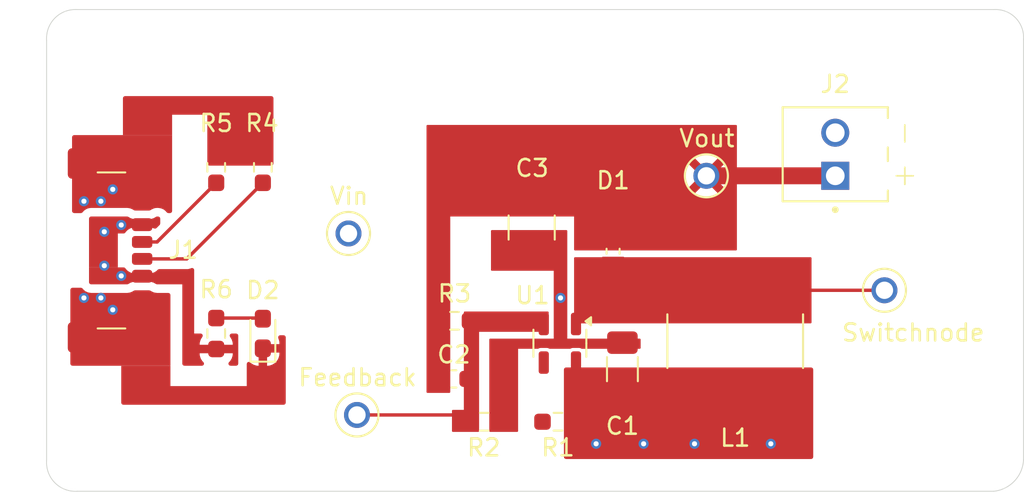
<source format=kicad_pcb>
(kicad_pcb (version 20241229) (generator "pcbnew") (generator_version "9.0")
  (layers (0 "F.Cu" signal) (4 "In1.Cu" power) (6 "In2.Cu" power) (2 "B.Cu" signal) (13 "F.Paste" user) (15 "B.Paste" user) (5 "F.SilkS" user "F.Silkscreen") (7 "B.SilkS" user "B.Silkscreen") (1 "F.Mask" user) (3 "B.Mask" user) (25 "Edge.Cuts" user))
  (net 0 "")
  (net 1 "GND")
  (net 2 "Net-(D2-A)")
  (net 3 "Net-(J1-CC2)")
  (net 4 "Net-(J1-CC1)")
  (net 5 "Net-(U1-EN)")
  (net 6 "/Vin")
  (net 7 "/Vout")
  (net 8 "/SwitchNode")
  (net 9 "/Feedback")
  (footprint "TestPoint:KEYSTONE_5000" (layer "F.Cu") (at 81.2 59)
    (property "Reference" "Vin" (at 0.032 -2.2064 0) (layer "F.SilkS"))
    (property "Value" "Vin")
    (fp_circle (center 0 0) (end 1.27 0) (stroke (width 0.127)) (fill no) (layer "F.SilkS"))
    (pad "TP" thru_hole circle (at 0 0) (size 1.53 1.53) (drill 1.02) (layers "*.Cu" "*.Mask") (net 6 "/Vin"))
  )
  (footprint "TestPoint:KEYSTONE_5000" (layer "F.Cu") (at 112.8 62.35)
    (property "Reference" "Switchnode" (at 1.7 2.5 0) (layer "F.SilkS"))
    (property "Value" "TestPoint")
    (fp_circle (center 0 0) (end 1.27 0) (stroke (width 0.127)) (fill no) (layer "F.SilkS"))
    (pad "TP" thru_hole circle (at 0 0) (size 1.53 1.53) (drill 1.02) (layers "*.Cu" "*.Mask") (net 8 "/SwitchNode"))
  )
  (footprint "Resistor_SMD:R_0603_1608Metric_Pad0.98x0.95mm_HandSolder" (layer "F.Cu") (at 73.4 55.1 90)
    (property "Reference" "R5" (at 2.6 0 180) (layer "F.SilkS"))
    (property "Value" "5.1k")
    (fp_line (start -0.254724 -0.5225) (end 0.254724 -0.5225) (stroke (width 0.12)) (layer "F.SilkS"))
    (fp_line (start -0.254724 0.5225) (end 0.254724 0.5225) (stroke (width 0.12)) (layer "F.SilkS"))
    (pad "1" smd roundrect (at -0.9125 0 90) (size 0.975 0.95) (layers "F.Cu" "F.Mask" "F.Paste") (net 4 "Net-(J1-CC1)"))
    (pad "2" smd roundrect (at 0.9125 0 90) (size 0.975 0.95) (layers "F.Cu" "F.Mask" "F.Paste") (net 1 "GND"))
  )
  (footprint "Resistor_SMD:R_0603_1608Metric_Pad0.98x0.95mm_HandSolder" (layer "F.Cu") (at 73.4 64.9 -90)
    (property "Reference" "R6" (at -2.6 0 180) (layer "F.SilkS"))
    (property "Value" "70")
    (fp_line (start -0.254724 0.5225) (end 0.254724 0.5225) (stroke (width 0.12)) (layer "F.SilkS"))
    (fp_line (start -0.254724 -0.5225) (end 0.254724 -0.5225) (stroke (width 0.12)) (layer "F.SilkS"))
    (pad "1" smd roundrect (at -0.9125 0 270) (size 0.975 0.95) (layers "F.Cu" "F.Mask" "F.Paste") (net 2 "Net-(D2-A)"))
    (pad "2" smd roundrect (at 0.9125 0 270) (size 0.975 0.95) (layers "F.Cu" "F.Mask" "F.Paste") (net 6 "/Vin"))
  )
  (footprint "LED_SMD:LED_0603_1608Metric_Pad1.05x0.95mm_HandSolder" (layer "F.Cu") (at 76.15 64.9 90)
    (property "Reference" "D2" (at 2.55 0 0) (layer "F.SilkS"))
    (property "Value" "LED")
    (fp_line (start 0.8 -0.735) (end -1.66 -0.735) (stroke (width 0.12)) (layer "F.SilkS"))
    (fp_line (start -1.66 -0.735) (end -1.66 0.735) (stroke (width 0.12)) (layer "F.SilkS"))
    (fp_line (start -1.66 0.735) (end 0.8 0.735) (stroke (width 0.12)) (layer "F.SilkS"))
    (pad "1" smd roundrect (at -0.875 0 90) (size 1.05 0.95) (layers "F.Cu" "F.Mask" "F.Paste") (net 1 "GND"))
    (pad "2" smd roundrect (at 0.875 0 90) (size 1.05 0.95) (layers "F.Cu" "F.Mask" "F.Paste") (net 2 "Net-(D2-A)"))
  )
  (footprint "Inductor_SMD:IND_ASPI-8040S-430M-T" (layer "F.Cu") (at 104 65.35 90)
    (property "Reference" "L1" (at -5.7 0 0) (layer "F.SilkS"))
    (property "Value" "43uH")
    (fp_line (start -1.58 -4) (end 1.58 -4) (stroke (width 0.127)) (layer "F.SilkS"))
    (fp_line (start -1.58 4) (end 1.58 4) (stroke (width 0.127)) (layer "F.SilkS"))
    (pad "1" smd rect (at -3 0 90) (size 2.2 7.5) (layers "F.Cu" "F.Mask" "F.Paste") (net 6 "/Vin"))
    (pad "2" smd rect (at 3 0 90) (size 2.2 7.5) (layers "F.Cu" "F.Mask" "F.Paste") (net 8 "/SwitchNode"))
  )
  (footprint "Resistor_SMD:R_0603_1608Metric_Pad0.98x0.95mm_HandSolder" (layer "F.Cu") (at 93.55 70.1 180)
    (property "Reference" "R1" (at 0 -1.525 0) (layer "F.SilkS"))
    (property "Value" "47k")
    (fp_line (start -0.254724 0.5225) (end 0.254724 0.5225) (stroke (width 0.12)) (layer "F.SilkS"))
    (fp_line (start -0.254724 -0.5225) (end 0.254724 -0.5225) (stroke (width 0.12)) (layer "F.SilkS"))
    (pad "1" smd roundrect (at -0.9125 0 180) (size 0.975 0.95) (layers "F.Cu" "F.Mask" "F.Paste") (net 6 "/Vin"))
    (pad "2" smd roundrect (at 0.9125 0 180) (size 0.975 0.95) (layers "F.Cu" "F.Mask" "F.Paste") (net 5 "Net-(U1-EN)"))
  )
  (footprint "Package_TO_SOT_SMD:SOT-23-5" (layer "F.Cu") (at 93.6625 65.475 -90)
    (property "Reference" "U1" (at -2.825 1.6125 180) (layer "F.SilkS"))
    (property "Value" "LM2731YMF")
    (fp_line (start 0 1.56) (end -0.8 1.56) (stroke (width 0.12)) (layer "F.SilkS"))
    (fp_line (start 0 1.56) (end 0.8 1.56) (stroke (width 0.12)) (layer "F.SilkS"))
    (fp_line (start 0 -1.56) (end -0.8 -1.56) (stroke (width 0.12)) (layer "F.SilkS"))
    (fp_line (start 0 -1.56) (end 0.8 -1.56) (stroke (width 0.12)) (layer "F.SilkS"))
    (fp_poly (pts (xy -1.3 -1.51) (xy -1.54 -1.84) (xy -1.06 -1.84)) (stroke (width 0.12)) (fill yes) (layer "F.SilkS"))
    (pad "1" smd roundrect (at -1.1375 -0.95 270) (size 1.325 0.6) (layers "F.Cu" "F.Mask" "F.Paste") (net 8 "/SwitchNode"))
    (pad "2" smd roundrect (at -1.1375 0 270) (size 1.325 0.6) (layers "F.Cu" "F.Mask" "F.Paste") (net 1 "GND"))
    (pad "3" smd roundrect (at -1.1375 0.95 270) (size 1.325 0.6) (layers "F.Cu" "F.Mask" "F.Paste") (net 9 "/Feedback"))
    (pad "4" smd roundrect (at 1.1375 0.95 270) (size 1.325 0.6) (layers "F.Cu" "F.Mask" "F.Paste") (net 5 "Net-(U1-EN)"))
    (pad "5" smd roundrect (at 1.1375 -0.95 270) (size 1.325 0.6) (layers "F.Cu" "F.Mask" "F.Paste") (net 6 "/Vin"))
  )
  (footprint "Capacitor_SMD:C_1210_3225Metric_Pad1.33x2.70mm_HandSolder" (layer "F.Cu") (at 92 58.65 -90)
    (property "Reference" "C3" (at -3.5 -0.025 0) (layer "F.SilkS"))
    (property "Value" "4.7uF")
    (fp_line (start -0.711252 1.36) (end 0.711252 1.36) (stroke (width 0.12)) (layer "F.SilkS"))
    (fp_line (start -0.711252 -1.36) (end 0.711252 -1.36) (stroke (width 0.12)) (layer "F.SilkS"))
    (pad "1" smd roundrect (at -1.5625 0 270) (size 1.325 2.7) (layers "F.Cu" "F.Mask" "F.Paste") (roundrect_rratio 0.188679) (net 7 "/Vout"))
    (pad "2" smd roundrect (at 1.5625 0 270) (size 1.325 2.7) (layers "F.Cu" "F.Mask" "F.Paste") (roundrect_rratio 0.188679) (net 1 "GND"))
  )
  (footprint "Resistor_SMD:R_0603_1608Metric_Pad0.98x0.95mm_HandSolder" (layer "F.Cu") (at 87.45 64.15 180)
    (property "Reference" "R3" (at 0 1.6 0) (layer "F.SilkS"))
    (property "Value" "117k")
    (fp_line (start -0.254724 0.5225) (end 0.254724 0.5225) (stroke (width 0.12)) (layer "F.SilkS"))
    (fp_line (start -0.254724 -0.5225) (end 0.254724 -0.5225) (stroke (width 0.12)) (layer "F.SilkS"))
    (pad "1" smd roundrect (at -0.9125 0 180) (size 0.975 0.95) (layers "F.Cu" "F.Mask" "F.Paste") (net 9 "/Feedback"))
    (pad "2" smd roundrect (at 0.9125 0 180) (size 0.975 0.95) (layers "F.Cu" "F.Mask" "F.Paste") (net 7 "/Vout"))
  )
  (footprint "Resistor_SMD:R_0603_1608Metric_Pad0.98x0.95mm_HandSolder" (layer "F.Cu") (at 89.2 70.1)
    (property "Reference" "R2" (at -0.025 1.525 0) (layer "F.SilkS"))
    (property "Value" "13.3k")
    (fp_line (start -0.254724 -0.5225) (end 0.254724 -0.5225) (stroke (width 0.12)) (layer "F.SilkS"))
    (fp_line (start -0.254724 0.5225) (end 0.254724 0.5225) (stroke (width 0.12)) (layer "F.SilkS"))
    (pad "1" smd roundrect (at -0.9125 0) (size 0.975 0.95) (layers "F.Cu" "F.Mask" "F.Paste") (net 9 "/Feedback"))
    (pad "2" smd roundrect (at 0.9125 0) (size 0.975 0.95) (layers "F.Cu" "F.Mask" "F.Paste") (net 1 "GND"))
  )
  (footprint "Capacitor_SMD:C_1206_3216Metric_Pad1.33x1.80mm_HandSolder" (layer "F.Cu") (at 97.35 67 90)
    (property "Reference" "C1" (at -3.35 0 180) (layer "F.SilkS"))
    (property "Value" "2.2uF")
    (fp_line (start -0.711252 -0.91) (end 0.711252 -0.91) (stroke (width 0.12)) (layer "F.SilkS"))
    (fp_line (start -0.711252 0.91) (end 0.711252 0.91) (stroke (width 0.12)) (layer "F.SilkS"))
    (pad "1" smd roundrect (at -1.5625 0 90) (size 1.325 1.8) (layers "F.Cu" "F.Mask" "F.Paste") (roundrect_rratio 0.188679) (net 6 "/Vin"))
    (pad "2" smd roundrect (at 1.5625 0 90) (size 1.325 1.8) (layers "F.Cu" "F.Mask" "F.Paste") (roundrect_rratio 0.188679) (net 1 "GND"))
  )
  (footprint "Capacitor_SMD:C_0603_1608Metric_Pad1.08x0.95mm_HandSolder" (layer "F.Cu") (at 87.4125 67.575)
    (property "Reference" "C2" (at 0 -1.43 0) (layer "F.SilkS"))
    (property "Value" "240pF")
    (fp_line (start -0.146267 -0.51) (end 0.146267 -0.51) (stroke (width 0.12)) (layer "F.SilkS"))
    (fp_line (start -0.146267 0.51) (end 0.146267 0.51) (stroke (width 0.12)) (layer "F.SilkS"))
    (pad "1" smd roundrect (at -0.8625 0) (size 1.075 0.95) (layers "F.Cu" "F.Mask" "F.Paste") (net 7 "/Vout"))
    (pad "2" smd roundrect (at 0.8625 0) (size 1.075 0.95) (layers "F.Cu" "F.Mask" "F.Paste") (net 9 "/Feedback"))
  )
  (footprint "Connector_USB:USB_C_Receptacle_GCT_USB4135-GF-A_6P_TopMnt_Horizontal" (layer "F.Cu") (at 66 60 -90)
    (property "Reference" "J1" (at -0.025 -5.45 0) (layer "F.SilkS"))
    (property "Value" "USB_C_Receptacle_PowerOnly_6P")
    (fp_line (start -4.6 -2.04) (end -4.6 -0.41) (stroke (width 0.12)) (layer "F.SilkS"))
    (fp_line (start 4.6 -2.04) (end 4.6 -0.41) (stroke (width 0.12)) (layer "F.SilkS"))
    (pad "A5" smd roundrect (at -0.5 -3.0325 270) (size 0.7 1.2) (layers "F.Cu" "F.Mask" "F.Paste") (net 4 "Net-(J1-CC1)"))
    (pad "A9" smd roundrect (at 1.52 -3.0325 90) (size 0.76 1.2) (layers "F.Cu" "F.Mask" "F.Paste") (net 6 "/Vin"))
    (pad "A12" smd roundrect (at 2.75 -3.0325 90) (size 0.8 1.2) (layers "F.Cu" "F.Mask" "F.Paste") (net 1 "GND"))
    (pad "B5" smd roundrect (at 0.5 -3.0325 90) (size 0.7 1.2) (layers "F.Cu" "F.Mask" "F.Paste") (net 3 "Net-(J1-CC2)"))
    (pad "B9" smd roundrect (at -1.52 -3.0325 270) (size 0.76 1.2) (layers "F.Cu" "F.Mask" "F.Paste") (net 6 "/Vin"))
    (pad "B12" smd roundrect (at -2.75 -3.0325 270) (size 0.8 1.2) (layers "F.Cu" "F.Mask" "F.Paste") (net 1 "GND"))
    (pad "S1" smd roundrect (at -5.125 -2.9775 270) (size 1.8 1.35) (layers "F.Cu" "F.Mask" "F.Paste") (roundrect_rratio 0.1851851852) (net 1 "GND"))
    (pad "S1" smd roundrect (at -5.125 0.6025 270) (size 1.8 1.5) (layers "F.Cu" "F.Mask" "F.Paste") (roundrect_rratio 0.1666666667) (net 1 "GND"))
    (pad "S1" smd roundrect (at 5.125 -2.9775 270) (size 1.8 1.35) (layers "F.Cu" "F.Mask" "F.Paste") (roundrect_rratio 0.1851851852) (net 1 "GND"))
    (pad "S1" smd roundrect (at 5.125 0.6025 270) (size 1.8 1.5) (layers "F.Cu" "F.Mask" "F.Paste") (roundrect_rratio 0.1666666667) (net 1 "GND"))
  )
  (footprint "Resistor_SMD:R_0603_1608Metric_Pad0.98x0.95mm_HandSolder" (layer "F.Cu") (at 76.15 55.1 90)
    (property "Reference" "R4" (at 2.6 -0.05 180) (layer "F.SilkS"))
    (property "Value" "5.1k")
    (fp_line (start -0.254724 -0.5225) (end 0.254724 -0.5225) (stroke (width 0.12)) (layer "F.SilkS"))
    (fp_line (start -0.254724 0.5225) (end 0.254724 0.5225) (stroke (width 0.12)) (layer "F.SilkS"))
    (pad "1" smd roundrect (at -0.9125 0 90) (size 0.975 0.95) (layers "F.Cu" "F.Mask" "F.Paste") (net 3 "Net-(J1-CC2)"))
    (pad "2" smd roundrect (at 0.9125 0 90) (size 0.975 0.95) (layers "F.Cu" "F.Mask" "F.Paste") (net 1 "GND"))
  )
  (footprint "TestPoint:KEYSTONE_5000" (layer "F.Cu") (at 81.7 69.7)
    (property "Reference" "Feedback" (at 0.032 -2.2064 0) (layer "F.SilkS"))
    (property "Value" "TestPoint")
    (fp_circle (center 0 0) (end 1.27 0) (stroke (width 0.127)) (fill no) (layer "F.SilkS"))
    (pad "TP" thru_hole circle (at 0 0) (size 1.53 1.53) (drill 1.02) (layers "*.Cu" "*.Mask") (net 9 "/Feedback"))
  )
  (footprint "TerminalBlock_Phoenix:PHOENIX_1725656" (layer "F.Cu") (at 113 57.1 90)
    (property "Reference" "J2" (at 6.9075 -3.1 180) (layer "F.SilkS"))
    (property "Value" "Screw_Terminal_01x02")
    (fp_line (start 5.54 -6.2) (end 0 -6.2) (stroke (width 0.127)) (layer "F.SilkS"))
    (fp_line (start 0 -6.2) (end 0 0) (stroke (width 0.127)) (layer "F.SilkS"))
    (fp_line (start 5.54 0) (end 5.54 -6.2) (stroke (width 0.127)) (layer "F.SilkS"))
    (fp_line (start 4.91 0) (end 5.54 0) (stroke (width 0.127)) (layer "F.SilkS"))
    (fp_line (start 2.37 0) (end 3.17 0) (stroke (width 0.127)) (layer "F.SilkS"))
    (fp_line (start 0 0) (end 0.63 0) (stroke (width 0.127)) (layer "F.SilkS"))
    (fp_line (start 1.5 0.5) (end 1.5 1.5) (stroke (width 0.1)) (layer "F.SilkS"))
    (fp_line (start 3.5 1) (end 4.5 1) (stroke (width 0.1)) (layer "F.SilkS"))
    (fp_line (start 1.5 1) (end 1 1) (stroke (width 0.1)) (layer "F.SilkS"))
    (fp_line (start 1 1) (end 2 1) (stroke (width 0.1)) (layer "F.SilkS"))
    (fp_circle (center -0.5 -3.1) (end -0.4 -3.1) (stroke (width 0.2)) (fill no) (layer "F.SilkS"))
    (pad "" np_thru_hole circle (at 1.5 -0.56 90) (size 1.1 1.1) (drill 1.1) (layers "*.Cu" "*.Mask"))
    (pad "" np_thru_hole circle (at 4.04 -0.56 90) (size 1.1 1.1) (drill 1.1) (layers "*.Cu" "*.Mask"))
    (pad "1" thru_hole rect (at 1.5 -3.1 90) (size 1.65 1.65) (drill 1.1) (layers "*.Cu" "*.Mask") (net 7 "/Vout"))
    (pad "2" thru_hole circle (at 4.04 -3.1 90) (size 1.65 1.65) (drill 1.1) (layers "*.Cu" "*.Mask") (net 1 "GND"))
  )
  (footprint "Diode_SMD:D_Powermite_AK" (layer "F.Cu") (at 96.8 59.1 -90)
    (property "Reference" "D1" (at -3.225 0 0) (layer "F.SilkS"))
    (property "Value" "D_Schottky")
    (fp_line (start 1.1 0.385) (end 0.8 0.385) (stroke (width 0.12)) (layer "F.SilkS"))
    (fp_line (start 1.1 -0.385) (end 0.8 -0.385) (stroke (width 0.12)) (layer "F.SilkS"))
    (pad "1" smd rect (at -0.6985 0 270) (size 2.67 2.54) (layers "F.Cu" "F.Mask" "F.Paste") (net 7 "/Vout"))
    (pad "2" smd rect (at 1.6525 0 270) (size 0.762 1.27) (layers "F.Cu" "F.Mask" "F.Paste") (net 8 "/SwitchNode"))
  )
  (footprint "TestPoint:KEYSTONE_5000" (layer "F.Cu") (at 102.3 55.6)
    (property "Reference" "Vout" (at 0.032 -2.2064 0) (layer "F.SilkS"))
    (property "Value" "TestPoint")
    (fp_circle (center 0 0) (end 1.27 0) (stroke (width 0.127)) (fill no) (layer "F.SilkS"))
    (pad "TP" thru_hole circle (at 0 0) (size 1.53 1.53) (drill 1.02) (layers "*.Cu" "*.Mask") (net 7 "/Vout"))
  )
  (gr_line (start 65.2 45.8) (end 119.25 45.8) (stroke (width 0.05)) (layer "Edge.Cuts"))
  (gr_arc (start 119.25 45.8) (mid 120.521186 46.278814) (end 121 47.55) (stroke (width 0.05)) (layer "Edge.Cuts"))
  (gr_line (start 119.25 74.2) (end 65.2 74.2) (stroke (width 0.05)) (layer "Edge.Cuts"))
  (gr_arc (start 65.2 74.2) (mid 63.893878 73.706121) (end 63.4 72.4) (stroke (width 0.05)) (layer "Edge.Cuts"))
  (gr_line (start 121 47.55) (end 121 72.35) (stroke (width 0.05)) (layer "Edge.Cuts"))
  (gr_arc (start 63.4 47.6) (mid 63.893873 46.293873) (end 65.2 45.8) (stroke (width 0.05)) (layer "Edge.Cuts"))
  (gr_arc (start 121 72.35) (mid 120.465138 73.596752) (end 119.25 74.2) (stroke (width 0.05)) (layer "Edge.Cuts"))
  (gr_line (start 63.4 72.4) (end 63.4 47.6) (stroke (width 0.05)) (layer "Edge.Cuts"))
  (via (at 65.6 62.8) (size 0.6) (drill 0.3) (layers "F.Cu" "B.Cu") (net 1))
  (via (at 66.6 57.1) (size 0.6) (drill 0.3) (layers "F.Cu" "B.Cu") (net 1))
  (via (at 66.6 62.8) (size 0.6) (drill 0.3) (layers "F.Cu" "B.Cu") (net 1))
  (via (at 67.3 63.5) (size 0.6) (drill 0.3) (layers "F.Cu" "B.Cu") (net 1))
  (via (at 67.3 56.4) (size 0.6) (drill 0.3) (layers "F.Cu" "B.Cu") (net 1))
  (via (at 93.7 62.8) (size 0.6) (drill 0.3) (layers "F.Cu" "B.Cu") (net 1))
  (via (at 65.6 57.1) (size 0.6) (drill 0.3) (layers "F.Cu" "B.Cu") (net 1))
  (segment (start 76.1125 63.9875) (end 76.15 64.025) (width 0.2) (layer "F.Cu") (net 2))
  (segment (start 73.4 63.9875) (end 76.1125 63.9875) (width 0.2) (layer "F.Cu") (net 2))
  (segment (start 69.0325 60.5) (end 71.6625 60.5) (width 0.2) (layer "F.Cu") (net 3))
  (segment (start 71.6625 60.5) (end 76.15 56.0125) (width 0.2) (layer "F.Cu") (net 3))
  (segment (start 69.9125 59.5) (end 73.4 56.0125) (width 0.2) (layer "F.Cu") (net 4))
  (segment (start 69.0325 59.5) (end 69.9125 59.5) (width 0.2) (layer "F.Cu") (net 4))
  (via (at 66.8 58.9) (size 0.6) (drill 0.3) (layers "F.Cu" "B.Cu") (net 6))
  (via (at 106.1 71.4) (size 0.6) (drill 0.3) (layers "F.Cu" "B.Cu") (net 6))
  (via (at 95.8 71.4) (size 0.6) (drill 0.3) (layers "F.Cu" "B.Cu") (net 6))
  (via (at 101.6 71.4) (size 0.6) (drill 0.3) (layers "F.Cu" "B.Cu") (net 6))
  (via (at 98.6 71.4) (size 0.6) (drill 0.3) (layers "F.Cu" "B.Cu") (net 6))
  (via (at 66.8 60.9) (size 0.6) (drill 0.3) (layers "F.Cu" "B.Cu") (net 6))
  (via (at 67.8 58.5) (size 0.6) (drill 0.3) (layers "F.Cu" "B.Cu") (net 6))
  (via (at 67.8 61.5) (size 0.6) (drill 0.3) (layers "F.Cu" "B.Cu") (net 6))
  (segment (start 109.9 55.6) (end 102.3 55.6) (width 1) (layer "F.Cu") (net 7))
  (segment (start 112.8 62.35) (end 104 62.35) (width 0.2) (layer "F.Cu") (net 8))
  (segment (start 87.8875 69.7) (end 88.2875 70.1) (width 0.2) (layer "F.Cu") (net 9))
  (segment (start 81.7 69.7) (end 87.8875 69.7) (width 0.2) (layer "F.Cu") (net 9))
  (zone (net 7) (net_name "/Vout") (layer "F.Cu") (priority 10) (connect_pads (clearance 0)) (min_thickness 0.1) (fill yes (thermal_gap 0.5) (thermal_bridge_width 0.5))
    (polygon (pts (xy 104.1 60) (xy 94.5 60) (xy 94.5 58) (xy 87.2 58) (xy 87.2 68.4) (xy 85.8 68.4) (xy 85.8 52.6) (xy 104.1 52.6)))
  )
  (zone (net 9) (net_name "/Feedback") (layer "F.Cu") (priority 11) (connect_pads (clearance 0)) (min_thickness 0.1) (fill yes (thermal_gap 0.5) (thermal_bridge_width 0.5))
    (polygon (pts (xy 88.9 70.7) (xy 87.3 70.7) (xy 87.3 69.4) (xy 88 69.4) (xy 88 63.6) (xy 93 63.6) (xy 93 64.8) (xy 88.9 64.8)))
  )
  (zone (net 6) (net_name "/Vin") (layer "F.Cu") (priority 3) (connect_pads (clearance 0.5)) (min_thickness 0.25) (fill yes (thermal_gap 0.5) (thermal_bridge_width 0.5))
    (polygon (pts (xy 65.9 61) (xy 72.1 61) (xy 72.1 64.9) (xy 74.7 64.9) (xy 74.7 66.8) (xy 71.4 66.8) (xy 71.4 62) (xy 65.9 62)))
  )
  (zone (net 1) (net_name "GND") (layer "F.Cu") (priority 1) (connect_pads (clearance 0.5)) (min_thickness 0.25) (fill yes (thermal_gap 0.5) (thermal_bridge_width 0.5))
    (polygon (pts (xy 64.8 62.2) (xy 64.8 66.8) (xy 70.7 66.8) (xy 70.7 62.2)))
  )
  (zone (net 6) (net_name "/Vin") (layer "F.Cu") (priority 7) (connect_pads (clearance 0.5)) (min_thickness 0.25) (fill yes (thermal_gap 0.5) (thermal_bridge_width 0.5))
    (polygon (pts (xy 93.9 66.9) (xy 93.9 72.3) (xy 108.6 72.3) (xy 108.6 66.9)))
  )
  (zone (net 1) (net_name "GND") (layer "F.Cu") (priority 1) (connect_pads (clearance 0.5)) (min_thickness 0.25) (fill yes (thermal_gap 0.5) (thermal_bridge_width 0.5))
    (polygon (pts (xy 64.9 53.2) (xy 64.9 57.8) (xy 70.8 57.8) (xy 70.8 53.2)))
  )
  (zone (net 1) (net_name "GND") (layer "F.Cu") (priority 2) (connect_pads (clearance 0.5)) (min_thickness 0.25) (fill yes (thermal_gap 0.5) (thermal_bridge_width 0.5))
    (polygon (pts (xy 67.8 66.8) (xy 67.8 69.1) (xy 77.5 69.1) (xy 77.5 65) (xy 75.2 65) (xy 75.2 68) (xy 70.7 68) (xy 70.7 66.8)))
  )
  (zone (net 8) (net_name "/SwitchNode") (layer "F.Cu") (priority 9) (connect_pads (clearance 0)) (min_thickness 0.1) (fill yes (thermal_gap 0.5) (thermal_bridge_width 0.5))
    (polygon (pts (xy 108.5 64.3) (xy 108.5 60.4) (xy 98.9 60.4) (xy 98.9 60.4) (xy 94.5 60.4) (xy 94.5 64.3)))
  )
  (zone (net 6) (net_name "/Vin") (layer "F.Cu") (priority 5) (connect_pads (clearance 0.5)) (min_thickness 0.25) (fill yes (thermal_gap 0.5) (thermal_bridge_width 0.5))
    (polygon (pts (xy 67.6 61) (xy 67.6 59) (xy 70.1 59) (xy 70.1 58) (xy 65.9 58) (xy 65.9 61)))
  )
  (zone (net 1) (net_name "GND") (layer "F.Cu") (priority 2) (connect_pads (clearance 0.5)) (min_thickness 0.25) (fill yes (thermal_gap 0.5) (thermal_bridge_width 0.5))
    (polygon (pts (xy 67.9 53.2) (xy 67.9 50.9) (xy 76.775 50.9) (xy 76.775 55) (xy 72.875 55) (xy 72.875 52) (xy 70.8 52) (xy 70.8 53.2)))
  )
  (zone (net 1) (net_name "GND") (layer "F.Cu") (priority 8) (connect_pads (clearance 0)) (min_thickness 0.1) (fill yes (thermal_gap 0.5) (thermal_bridge_width 0.5))
    (polygon (pts (xy 98.425 65.2) (xy 98.425 65.8) (xy 91.2 65.8) (xy 91.2 70.7) (xy 89.5 70.7) (xy 89.5 65.2) (xy 93.3 65.2) (xy 93.3 61.2) (xy 89.6 61.2) (xy 89.6 58.8) (xy 94.1 58.8) (xy 94.1 65.2)))
  )
)
</source>
